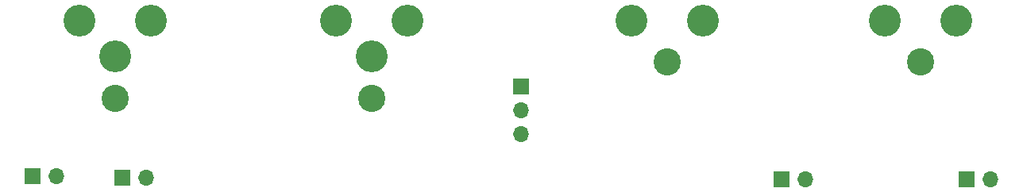
<source format=gbr>
%TF.GenerationSoftware,KiCad,Pcbnew,(7.0.0)*%
%TF.CreationDate,2023-11-09T23:31:26+01:00*%
%TF.ProjectId,xlr-inteface,786c722d-696e-4746-9566-6163652e6b69,rev?*%
%TF.SameCoordinates,Original*%
%TF.FileFunction,Soldermask,Top*%
%TF.FilePolarity,Negative*%
%FSLAX46Y46*%
G04 Gerber Fmt 4.6, Leading zero omitted, Abs format (unit mm)*
G04 Created by KiCad (PCBNEW (7.0.0)) date 2023-11-09 23:31:26*
%MOMM*%
%LPD*%
G01*
G04 APERTURE LIST*
%ADD10C,3.400000*%
%ADD11C,2.900000*%
%ADD12R,1.700000X1.700000*%
%ADD13O,1.700000X1.700000*%
G04 APERTURE END LIST*
D10*
%TO.C,J1*%
X100820000Y-36070000D03*
X93200000Y-36070000D03*
D11*
X97010000Y-40520000D03*
%TD*%
D10*
%TO.C,J4*%
X61737500Y-36120000D03*
X69357500Y-36120000D03*
X65547500Y-39930000D03*
D11*
X65547500Y-44375000D03*
%TD*%
D10*
%TO.C,J2*%
X127870000Y-36070000D03*
X120250000Y-36070000D03*
D11*
X124060000Y-40520000D03*
%TD*%
D10*
%TO.C,J3*%
X34387500Y-36120000D03*
X42007500Y-36120000D03*
X38197500Y-39930000D03*
D11*
X38197500Y-44375000D03*
%TD*%
D12*
%TO.C,J5*%
X81429999Y-43129999D03*
D13*
X81429999Y-45669999D03*
X81429999Y-48209999D03*
%TD*%
D12*
%TO.C,J8*%
X38939999Y-52819999D03*
D13*
X41479999Y-52819999D03*
%TD*%
D12*
%TO.C,J6*%
X128944999Y-53029999D03*
D13*
X131484999Y-53029999D03*
%TD*%
D12*
%TO.C,J9*%
X29339999Y-52639999D03*
D13*
X31879999Y-52639999D03*
%TD*%
D12*
%TO.C,J7*%
X109214999Y-52999999D03*
D13*
X111754999Y-52999999D03*
%TD*%
M02*

</source>
